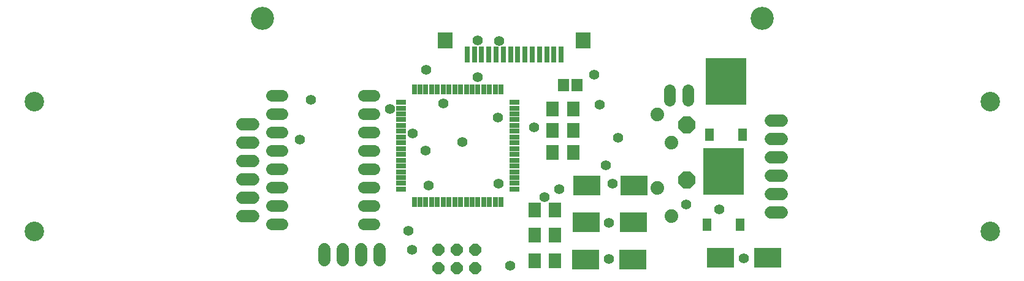
<source format=gts>
G75*
%MOIN*%
%OFA0B0*%
%FSLAX25Y25*%
%IPPOS*%
%LPD*%
%AMOC8*
5,1,8,0,0,1.08239X$1,22.5*
%
%ADD10C,0.10643*%
%ADD11C,0.12611*%
%ADD12C,0.07400*%
%ADD13OC8,0.09300*%
%ADD14R,0.22060X0.25209*%
%ADD15R,0.04737X0.07099*%
%ADD16OC8,0.06400*%
%ADD17C,0.06800*%
%ADD18C,0.06400*%
%ADD19R,0.07099X0.07898*%
%ADD20C,0.06343*%
%ADD21R,0.05500X0.03000*%
%ADD22R,0.03000X0.05500*%
%ADD23R,0.02769X0.08674*%
%ADD24R,0.07887X0.08674*%
%ADD25R,0.05918X0.06706*%
%ADD26R,0.14580X0.10643*%
%ADD27C,0.05550*%
D10*
X0016748Y0033895D03*
X0016748Y0104761D03*
X0536433Y0104761D03*
X0536433Y0033895D03*
D11*
X0412417Y0150037D03*
X0140764Y0150037D03*
D12*
X0355579Y0097619D03*
X0363272Y0082509D03*
X0355579Y0057619D03*
X0363272Y0042509D03*
D13*
X0371630Y0062202D03*
X0371630Y0092202D03*
D14*
X0392862Y0115580D03*
X0391622Y0066627D03*
D15*
X0383886Y0086840D03*
X0401839Y0086840D03*
X0400598Y0037887D03*
X0382646Y0037887D03*
D16*
X0256394Y0024167D03*
X0246394Y0024167D03*
X0236394Y0024167D03*
X0236394Y0014167D03*
X0246394Y0014167D03*
X0256394Y0014167D03*
D17*
X0204583Y0018336D02*
X0204583Y0024336D01*
X0194583Y0024336D02*
X0194583Y0018336D01*
X0184583Y0018336D02*
X0184583Y0024336D01*
X0174583Y0024336D02*
X0174583Y0018336D01*
X0135890Y0042360D02*
X0129890Y0042360D01*
X0129890Y0052360D02*
X0135890Y0052360D01*
X0135890Y0062360D02*
X0129890Y0062360D01*
X0129890Y0072360D02*
X0135890Y0072360D01*
X0135890Y0082360D02*
X0129890Y0082360D01*
X0129890Y0092360D02*
X0135890Y0092360D01*
X0417291Y0094328D02*
X0423291Y0094328D01*
X0423291Y0084328D02*
X0417291Y0084328D01*
X0417291Y0074328D02*
X0423291Y0074328D01*
X0423291Y0064328D02*
X0417291Y0064328D01*
X0417291Y0054328D02*
X0423291Y0054328D01*
X0423291Y0044328D02*
X0417291Y0044328D01*
D18*
X0372047Y0105335D02*
X0372047Y0110935D01*
X0362047Y0110935D02*
X0362047Y0105335D01*
D19*
X0309748Y0100824D03*
X0298551Y0100824D03*
X0298551Y0089013D03*
X0309748Y0089013D03*
X0309748Y0077202D03*
X0298551Y0077202D03*
X0299906Y0045706D03*
X0288709Y0045706D03*
X0288709Y0031927D03*
X0299906Y0031927D03*
X0299906Y0018147D03*
X0288709Y0018147D03*
D20*
X0201465Y0038100D02*
X0195921Y0038100D01*
X0195921Y0048100D02*
X0201465Y0048100D01*
X0201465Y0058100D02*
X0195921Y0058100D01*
X0195921Y0068100D02*
X0201465Y0068100D01*
X0201465Y0078100D02*
X0195921Y0078100D01*
X0195921Y0088100D02*
X0201465Y0088100D01*
X0201465Y0098100D02*
X0195921Y0098100D01*
X0195921Y0108100D02*
X0201465Y0108100D01*
X0151465Y0108100D02*
X0145921Y0108100D01*
X0145921Y0098100D02*
X0151465Y0098100D01*
X0151465Y0088100D02*
X0145921Y0088100D01*
X0145921Y0078100D02*
X0151465Y0078100D01*
X0151465Y0068100D02*
X0145921Y0068100D01*
X0145921Y0058100D02*
X0151465Y0058100D01*
X0151465Y0048100D02*
X0145921Y0048100D01*
X0145921Y0038100D02*
X0151465Y0038100D01*
D21*
X0216264Y0057100D03*
X0216264Y0060249D03*
X0216264Y0063399D03*
X0216264Y0066549D03*
X0216264Y0069698D03*
X0216264Y0072848D03*
X0216264Y0075997D03*
X0216264Y0079147D03*
X0216264Y0082297D03*
X0216264Y0085446D03*
X0216264Y0088596D03*
X0216264Y0091745D03*
X0216264Y0094895D03*
X0216264Y0098045D03*
X0216264Y0101194D03*
X0216264Y0104344D03*
X0277681Y0104344D03*
X0277681Y0101194D03*
X0277681Y0098045D03*
X0277681Y0094895D03*
X0277681Y0091745D03*
X0277681Y0088596D03*
X0277681Y0085446D03*
X0277681Y0082297D03*
X0277681Y0079147D03*
X0277681Y0075997D03*
X0277681Y0072848D03*
X0277681Y0069698D03*
X0277681Y0066549D03*
X0277681Y0063399D03*
X0277681Y0060249D03*
X0277681Y0057100D03*
D22*
X0270594Y0050013D03*
X0267445Y0050013D03*
X0264295Y0050013D03*
X0261146Y0050013D03*
X0257996Y0050013D03*
X0254846Y0050013D03*
X0251697Y0050013D03*
X0248547Y0050013D03*
X0245398Y0050013D03*
X0242248Y0050013D03*
X0239098Y0050013D03*
X0235949Y0050013D03*
X0232799Y0050013D03*
X0229650Y0050013D03*
X0226500Y0050013D03*
X0223350Y0050013D03*
X0223350Y0111430D03*
X0226500Y0111430D03*
X0229650Y0111430D03*
X0232799Y0111430D03*
X0235949Y0111430D03*
X0239098Y0111430D03*
X0242248Y0111430D03*
X0245398Y0111430D03*
X0248547Y0111430D03*
X0251697Y0111430D03*
X0254846Y0111430D03*
X0257996Y0111430D03*
X0261146Y0111430D03*
X0264295Y0111430D03*
X0267445Y0111430D03*
X0270594Y0111430D03*
D23*
X0271748Y0130352D03*
X0267811Y0130352D03*
X0263874Y0130352D03*
X0259937Y0130352D03*
X0256000Y0130352D03*
X0252063Y0130352D03*
X0275685Y0130352D03*
X0279622Y0130352D03*
X0283559Y0130352D03*
X0287496Y0130352D03*
X0291433Y0130352D03*
X0295370Y0130352D03*
X0299307Y0130352D03*
X0303244Y0130352D03*
D24*
X0315055Y0138226D03*
X0240252Y0138226D03*
D25*
X0304465Y0113659D03*
X0311945Y0113659D03*
D26*
X0317260Y0058934D03*
X0342850Y0058934D03*
X0342339Y0039092D03*
X0316748Y0039092D03*
X0316512Y0018659D03*
X0342102Y0018659D03*
X0389898Y0019682D03*
X0415488Y0019682D03*
D27*
X0402654Y0019486D03*
X0329307Y0018895D03*
X0275567Y0015234D03*
X0222091Y0024210D03*
X0220173Y0034486D03*
X0294091Y0052745D03*
X0302299Y0057045D03*
X0331201Y0059974D03*
X0327433Y0070226D03*
X0334020Y0084942D03*
X0288634Y0090879D03*
X0268941Y0096068D03*
X0239091Y0103848D03*
X0210091Y0100710D03*
X0167091Y0105635D03*
X0222378Y0087399D03*
X0249346Y0082596D03*
X0229591Y0077997D03*
X0269189Y0060076D03*
X0231150Y0059210D03*
X0161024Y0084123D03*
X0257850Y0118029D03*
X0229701Y0122005D03*
X0257862Y0138115D03*
X0269551Y0137722D03*
X0321157Y0119486D03*
X0324091Y0103210D03*
X0371091Y0048710D03*
X0389091Y0046190D03*
X0329189Y0038777D03*
M02*

</source>
